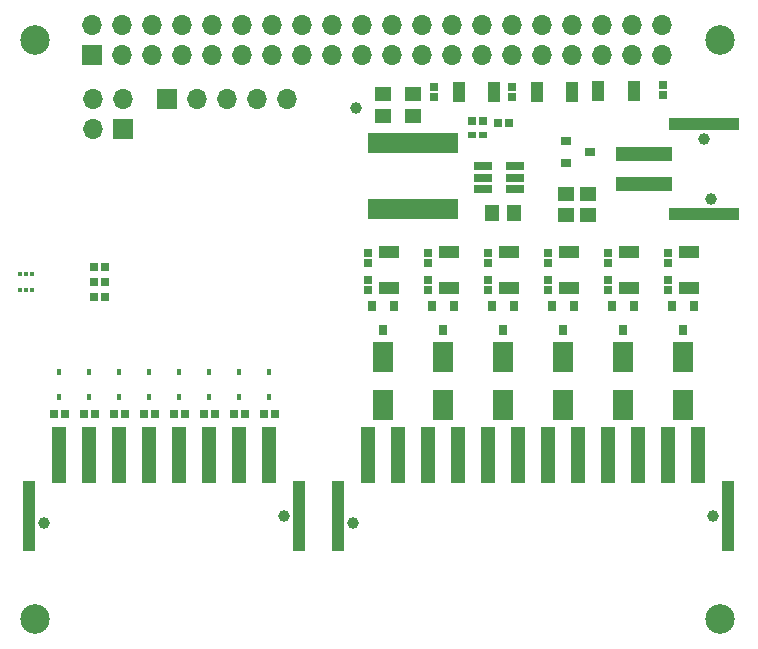
<source format=gts>
G04 #@! TF.GenerationSoftware,KiCad,Pcbnew,5.1.4+dfsg1-1*
G04 #@! TF.CreationDate,2019-09-17T12:44:20+02:00*
G04 #@! TF.ProjectId,alpha,616c7068-612e-46b6-9963-61645f706362,rev?*
G04 #@! TF.SameCoordinates,Original*
G04 #@! TF.FileFunction,Soldermask,Top*
G04 #@! TF.FilePolarity,Negative*
%FSLAX46Y46*%
G04 Gerber Fmt 4.6, Leading zero omitted, Abs format (unit mm)*
G04 Created by KiCad (PCBNEW 5.1.4+dfsg1-1) date 2019-09-17 12:44:20*
%MOMM*%
%LPD*%
G04 APERTURE LIST*
%ADD10R,0.450000X0.600000*%
%ADD11C,1.000000*%
%ADD12R,1.300000X4.700000*%
%ADD13R,1.000000X6.000000*%
%ADD14R,6.000000X1.000000*%
%ADD15R,4.700000X1.300000*%
%ADD16R,1.700000X1.700000*%
%ADD17O,1.700000X1.700000*%
%ADD18R,7.700000X1.800000*%
%ADD19R,0.800000X0.900000*%
%ADD20R,1.560000X0.650000*%
%ADD21C,2.500000*%
%ADD22R,0.650000X0.650000*%
%ADD23R,1.450000X1.150000*%
%ADD24R,1.100000X1.750000*%
%ADD25R,1.750000X1.100000*%
%ADD26R,0.300000X0.450000*%
%ADD27R,1.800000X2.500000*%
%ADD28R,1.150000X1.450000*%
%ADD29R,0.650000X0.600000*%
%ADD30R,0.900000X0.800000*%
G04 APERTURE END LIST*
D10*
X23368000Y24418000D03*
X23368000Y22318000D03*
D11*
X4318000Y11604000D03*
X24638000Y12204000D03*
D12*
X5588000Y17354000D03*
X8128000Y17354000D03*
X10668000Y17354000D03*
X13208000Y17354000D03*
X15748000Y17354000D03*
X18288000Y17354000D03*
X20828000Y17354000D03*
X23368000Y17354000D03*
D13*
X3048000Y12204000D03*
X25908000Y12204000D03*
D14*
X60211000Y37732000D03*
D11*
X60811000Y39002000D03*
X60211000Y44082000D03*
D15*
X55061000Y40272000D03*
X55061000Y42812000D03*
D14*
X60211000Y45352000D03*
D11*
X30480000Y11604000D03*
X60960000Y12204000D03*
D12*
X31750000Y17354000D03*
X34290000Y17354000D03*
X36830000Y17354000D03*
X39370000Y17354000D03*
X41910000Y17354000D03*
X44450000Y17354000D03*
X46990000Y17354000D03*
X49530000Y17354000D03*
X52070000Y17354000D03*
X54610000Y17354000D03*
X57150000Y17354000D03*
X59690000Y17354000D03*
D13*
X29210000Y12204000D03*
X62230000Y12204000D03*
D16*
X8370000Y51230000D03*
D17*
X8370000Y53770000D03*
X10910000Y51230000D03*
X10910000Y53770000D03*
X13450000Y51230000D03*
X13450000Y53770000D03*
X15990000Y51230000D03*
X15990000Y53770000D03*
X18530000Y51230000D03*
X18530000Y53770000D03*
X21070000Y51230000D03*
X21070000Y53770000D03*
X23610000Y51230000D03*
X23610000Y53770000D03*
X26150000Y51230000D03*
X26150000Y53770000D03*
X28690000Y51230000D03*
X28690000Y53770000D03*
X31230000Y51230000D03*
X31230000Y53770000D03*
X33770000Y51230000D03*
X33770000Y53770000D03*
X36310000Y51230000D03*
X36310000Y53770000D03*
X38850000Y51230000D03*
X38850000Y53770000D03*
X41390000Y51230000D03*
X41390000Y53770000D03*
X43930000Y51230000D03*
X43930000Y53770000D03*
X46470000Y51230000D03*
X46470000Y53770000D03*
X49010000Y51230000D03*
X49010000Y53770000D03*
X51550000Y51230000D03*
X51550000Y53770000D03*
X54090000Y51230000D03*
X54090000Y53770000D03*
X56630000Y51230000D03*
X56630000Y53770000D03*
D18*
X35500000Y43800000D03*
X35500000Y38200000D03*
D19*
X33970000Y29956000D03*
X32070000Y29956000D03*
X33020000Y27956000D03*
X39050000Y29956000D03*
X37150000Y29956000D03*
X38100000Y27956000D03*
X44130000Y29956000D03*
X42230000Y29956000D03*
X43180000Y27956000D03*
X49210000Y29956000D03*
X47310000Y29956000D03*
X48260000Y27956000D03*
X54290000Y29956000D03*
X52390000Y29956000D03*
X53340000Y27956000D03*
X59370000Y29956000D03*
X57470000Y29956000D03*
X58420000Y27956000D03*
D20*
X44150000Y39907000D03*
X44150000Y40857000D03*
X44150000Y41807000D03*
X41450000Y41807000D03*
X41450000Y39907000D03*
X41450000Y40857000D03*
D16*
X11000000Y44960000D03*
D17*
X8460000Y44960000D03*
X11000000Y47500000D03*
X8460000Y47500000D03*
D16*
X14710000Y47500000D03*
D17*
X17250000Y47500000D03*
X19790000Y47500000D03*
X22330000Y47500000D03*
X24870000Y47500000D03*
D21*
X3500000Y52500000D03*
X61500000Y52500000D03*
X3500000Y3500000D03*
X61500000Y3500000D03*
D11*
X30750000Y46750000D03*
D22*
X31750000Y33586000D03*
X31750000Y34486000D03*
X36830000Y33586000D03*
X36830000Y34486000D03*
X41910000Y33586000D03*
X41910000Y34486000D03*
X46990000Y33586000D03*
X46990000Y34486000D03*
X52070000Y33586000D03*
X52070000Y34486000D03*
X57150000Y33586000D03*
X57150000Y34486000D03*
X22918000Y20828000D03*
X23818000Y20828000D03*
X20378000Y20828000D03*
X21278000Y20828000D03*
X17838000Y20828000D03*
X18738000Y20828000D03*
X15298000Y20828000D03*
X16198000Y20828000D03*
X12758000Y20828000D03*
X13658000Y20828000D03*
X10218000Y20828000D03*
X11118000Y20828000D03*
X7678000Y20828000D03*
X8578000Y20828000D03*
X5138000Y20828000D03*
X6038000Y20828000D03*
X9450000Y32000000D03*
X8550000Y32000000D03*
X9450000Y30750000D03*
X8550000Y30750000D03*
X9450000Y33250000D03*
X8550000Y33250000D03*
X43900000Y47650000D03*
X43900000Y48550000D03*
X37300000Y47650000D03*
X37300000Y48550000D03*
D23*
X50367000Y39486000D03*
X50367000Y37686000D03*
D24*
X54230000Y48146000D03*
X51230000Y48146000D03*
X46000000Y48100000D03*
X49000000Y48100000D03*
X39400000Y48100000D03*
X42400000Y48100000D03*
D22*
X31750000Y32200000D03*
X31750000Y31300000D03*
X36830000Y32200000D03*
X36830000Y31300000D03*
X41910000Y32200000D03*
X41910000Y31300000D03*
X46990000Y32200000D03*
X46990000Y31300000D03*
X52070000Y32200000D03*
X52070000Y31300000D03*
X57150000Y32200000D03*
X57150000Y31300000D03*
D25*
X33528000Y34520000D03*
X33528000Y31520000D03*
X38608000Y34520000D03*
X38608000Y31520000D03*
X43688000Y34520000D03*
X43688000Y31520000D03*
X48768000Y34520000D03*
X48768000Y31520000D03*
X53848000Y34520000D03*
X53848000Y31520000D03*
X58928000Y34520000D03*
X58928000Y31520000D03*
D22*
X56667000Y47823000D03*
X56667000Y48723000D03*
D26*
X3250000Y32700000D03*
X2250000Y32700000D03*
X3250000Y31300000D03*
X2750000Y32700000D03*
X2250000Y31300000D03*
X2750000Y31300000D03*
D27*
X33020000Y25622000D03*
X33020000Y21622000D03*
X38100000Y25622000D03*
X38100000Y21622000D03*
X43180000Y25622000D03*
X43180000Y21622000D03*
X48260000Y25622000D03*
X48260000Y21622000D03*
X58420000Y25622000D03*
X58420000Y21622000D03*
X53340000Y25622000D03*
X53340000Y21622000D03*
D28*
X42250000Y37857000D03*
X44050000Y37857000D03*
D23*
X48467000Y39486000D03*
X48467000Y37686000D03*
X35500000Y46100000D03*
X35500000Y47900000D03*
X33000000Y46100000D03*
X33000000Y47900000D03*
D22*
X40550000Y45606000D03*
X41450000Y45606000D03*
X42755000Y45479000D03*
X43655000Y45479000D03*
D29*
X40550000Y44500000D03*
X41450000Y44500000D03*
D30*
X48500000Y43950000D03*
X48500000Y42050000D03*
X50500000Y43000000D03*
D10*
X20828000Y24418000D03*
X20828000Y22318000D03*
X18288000Y22318000D03*
X18288000Y24418000D03*
X15748000Y22318000D03*
X15748000Y24418000D03*
X13208000Y24418000D03*
X13208000Y22318000D03*
X10668000Y22318000D03*
X10668000Y24418000D03*
X8128000Y24418000D03*
X8128000Y22318000D03*
X5588000Y22318000D03*
X5588000Y24418000D03*
M02*

</source>
